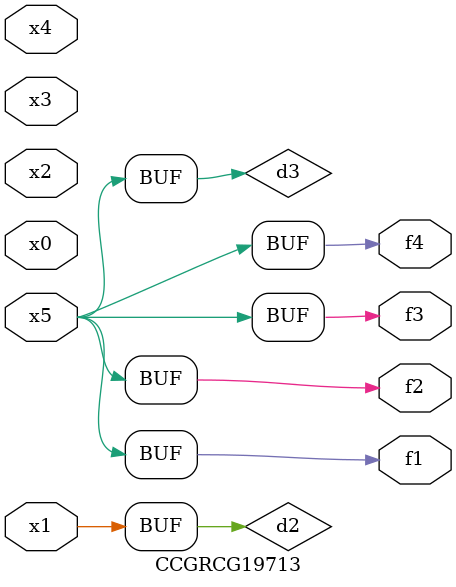
<source format=v>
module CCGRCG19713(
	input x0, x1, x2, x3, x4, x5,
	output f1, f2, f3, f4
);

	wire d1, d2, d3;

	not (d1, x5);
	or (d2, x1);
	xnor (d3, d1);
	assign f1 = d3;
	assign f2 = d3;
	assign f3 = d3;
	assign f4 = d3;
endmodule

</source>
